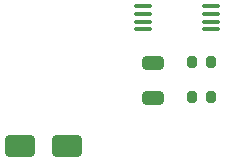
<source format=gbr>
%TF.GenerationSoftware,KiCad,Pcbnew,9.0.1-1.fc42*%
%TF.CreationDate,2025-04-27T23:47:53+08:00*%
%TF.ProjectId,discharge & time_delayforDCDC,64697363-6861-4726-9765-20262074696d,rev?*%
%TF.SameCoordinates,Original*%
%TF.FileFunction,Paste,Top*%
%TF.FilePolarity,Positive*%
%FSLAX46Y46*%
G04 Gerber Fmt 4.6, Leading zero omitted, Abs format (unit mm)*
G04 Created by KiCad (PCBNEW 9.0.1-1.fc42) date 2025-04-27 23:47:53*
%MOMM*%
%LPD*%
G01*
G04 APERTURE LIST*
G04 Aperture macros list*
%AMRoundRect*
0 Rectangle with rounded corners*
0 $1 Rounding radius*
0 $2 $3 $4 $5 $6 $7 $8 $9 X,Y pos of 4 corners*
0 Add a 4 corners polygon primitive as box body*
4,1,4,$2,$3,$4,$5,$6,$7,$8,$9,$2,$3,0*
0 Add four circle primitives for the rounded corners*
1,1,$1+$1,$2,$3*
1,1,$1+$1,$4,$5*
1,1,$1+$1,$6,$7*
1,1,$1+$1,$8,$9*
0 Add four rect primitives between the rounded corners*
20,1,$1+$1,$2,$3,$4,$5,0*
20,1,$1+$1,$4,$5,$6,$7,0*
20,1,$1+$1,$6,$7,$8,$9,0*
20,1,$1+$1,$8,$9,$2,$3,0*%
G04 Aperture macros list end*
%ADD10RoundRect,0.250000X-1.000000X-0.650000X1.000000X-0.650000X1.000000X0.650000X-1.000000X0.650000X0*%
%ADD11RoundRect,0.200000X0.200000X0.275000X-0.200000X0.275000X-0.200000X-0.275000X0.200000X-0.275000X0*%
%ADD12RoundRect,0.250000X-0.650000X0.325000X-0.650000X-0.325000X0.650000X-0.325000X0.650000X0.325000X0*%
%ADD13RoundRect,0.100000X-0.637500X-0.100000X0.637500X-0.100000X0.637500X0.100000X-0.637500X0.100000X0*%
G04 APERTURE END LIST*
D10*
%TO.C,D1*%
X145225000Y-126070000D03*
X149225000Y-126070000D03*
%TD*%
D11*
%TO.C,R2*%
X161395000Y-122000000D03*
X159745000Y-122000000D03*
%TD*%
D12*
%TO.C,C1*%
X156500000Y-119085000D03*
X156500000Y-122035000D03*
%TD*%
D11*
%TO.C,R1*%
X161395000Y-119000000D03*
X159745000Y-119000000D03*
%TD*%
D13*
%TO.C,U1*%
X155637500Y-114275000D03*
X155637500Y-114925000D03*
X155637500Y-115575000D03*
X155637500Y-116225000D03*
X161362500Y-116225000D03*
X161362500Y-115575000D03*
X161362500Y-114925000D03*
X161362500Y-114275000D03*
%TD*%
M02*

</source>
